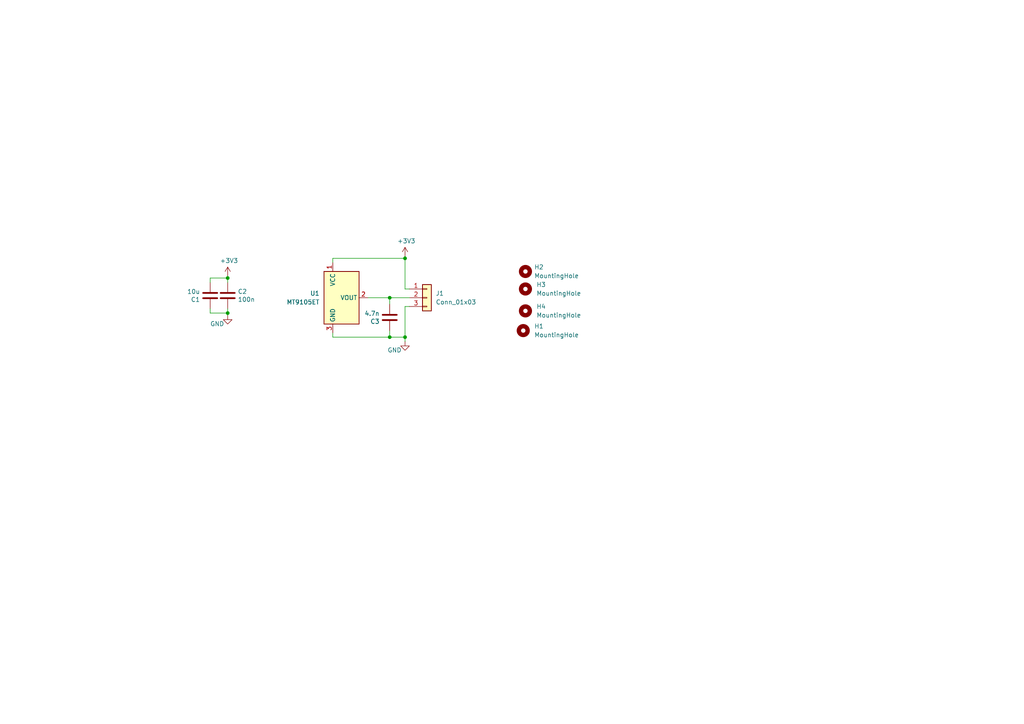
<source format=kicad_sch>
(kicad_sch (version 20211123) (generator eeschema)
  (paper "A4")
  (lib_symbols
    (symbol "Connector_Generic:Conn_01x03" (pin_names (offset 1.016) hide)
      (property "Reference" "J" (at 0 5.08 0))
      (property "Value" "Conn_01x03" (at 0 -5.08 0))
      (symbol "Conn_01x03_1_1"
        (rectangle (start -1.27 -2.413) (end 0 -2.667) (stroke (width 0.1524)))
        (rectangle (start -1.27 0.127) (end 0 -0.127) (stroke (width 0.1524)))
        (rectangle (start -1.27 2.667) (end 0 2.413) (stroke (width 0.1524)))
        (rectangle (start -1.27 3.81) (end 1.27 -3.81) (stroke (width 0.254)) (fill (type background)))
        (pin passive line (at -5.08 2.54 0) (length 3.81) (name "Pin_1") (number "1"))
        (pin passive line (at -5.08 0 0) (length 3.81) (name "Pin_2") (number "2"))
        (pin passive line (at -5.08 -2.54 0) (length 3.81) (name "Pin_3") (number "3"))
      )
    )
    (symbol "Device:C" (pin_numbers hide) (pin_names (offset 0.254))
      (property "Reference" "C" (at 0.635 2.54 0))
      (property "Value" "C" (at 0.635 -2.54 0))
      (symbol "C_0_1"
        (polyline (pts (xy -2.032 -0.762) (xy 2.032 -0.762)) (stroke (width 0.508)))
        (polyline (pts (xy -2.032 0.762) (xy 2.032 0.762)) (stroke (width 0.508)))
      )
      (symbol "C_1_1"
        (pin passive line (at 0 3.81 270) (length 2.794) (name "~") (number "1"))
        (pin passive line (at 0 -3.81 90) (length 2.794) (name "~") (number "2"))
      )
    )
    (symbol "Mechanical:MountingHole" (pin_names (offset 1.016))
      (property "Reference" "H" (at 0 5.08 0))
      (property "Value" "MountingHole" (at 0 3.175 0))
      (symbol "MountingHole_0_1"
        (circle (center 0 0) (radius 1.27) (stroke (width 1.27)))
      )
    )
    (symbol "Sensor_Magnetic:A1101LLHL"
      (property "Reference" "U" (at 0 11.43 0))
      (property "Value" "A1101LLHL" (at 0 8.89 0))
      (symbol "A1101LLHL_0_1"
        (rectangle (start -5.08 7.62) (end 5.08 -7.62) (stroke (width 0.254)) (fill (type background)))
      )
      (symbol "A1101LLHL_1_1"
        (pin power_in line (at -2.54 10.16 270) (length 2.54) (name "VCC") (number "1"))
        (pin open_collector line (at 7.62 0 180) (length 2.54) (name "VOUT") (number "2"))
        (pin power_in line (at -2.54 -10.16 90) (length 2.54) (name "GND") (number "3"))
      )
    )
    (symbol "power:+3V3" (power) (pin_names (offset 0))
      (property "Value" "+3V3" (at 0 3.556 0))
      (symbol "+3V3_0_1"
        (polyline (pts (xy -0.762 1.27) (xy 0 2.54)))
        (polyline (pts (xy 0 0) (xy 0 2.54)))
        (polyline (pts (xy 0 2.54) (xy 0.762 1.27)))
      )
      (symbol "+3V3_1_1"
        (pin power_in line (at 0 0 90) (length 0) hide (name "+3V3") (number "1"))
      )
    )
    (symbol "power:GND" (power) (pin_names (offset 0))
      (property "Value" "GND" (at 0 -3.81 0))
      (symbol "GND_0_1"
        (polyline (pts (xy 0 0) (xy 0 -1.27) (xy 1.27 -1.27) (xy 0 -2.54) (xy -1.27 -1.27) (xy 0 -1.27)))
      )
      (symbol "GND_1_1"
        (pin power_in line (at 0 0 270) (length 0) hide (name "GND") (number "1"))
      )
    )
  )
  (junction (at 113.03 86.36))
  (junction (at 66.04 90.805))
  (junction (at 117.475 97.79))
  (junction (at 117.475 74.93))
  (junction (at 113.03 97.79))
  (junction (at 66.04 80.645))
  (wire (pts (xy 60.96 80.645) (xy 66.04 80.645)))
  (wire (pts (xy 118.745 88.9) (xy 117.475 88.9)))
  (wire (pts (xy 106.68 86.36) (xy 113.03 86.36)))
  (wire (pts (xy 66.04 80.01) (xy 66.04 80.645)))
  (wire (pts (xy 117.475 74.93) (xy 117.475 74.295)))
  (wire (pts (xy 113.03 86.36) (xy 113.03 88.265)))
  (wire (pts (xy 96.52 76.2) (xy 96.52 74.93)))
  (wire (pts (xy 60.96 81.915) (xy 60.96 80.645)))
  (wire (pts (xy 60.96 90.805) (xy 66.04 90.805)))
  (wire (pts (xy 96.52 97.79) (xy 113.03 97.79)))
  (wire (pts (xy 117.475 83.82) (xy 117.475 74.93)))
  (wire (pts (xy 117.475 97.79) (xy 117.475 99.06)))
  (wire (pts (xy 117.475 88.9) (xy 117.475 97.79)))
  (wire (pts (xy 60.96 89.535) (xy 60.96 90.805)))
  (wire (pts (xy 96.52 74.93) (xy 117.475 74.93)))
  (wire (pts (xy 113.03 86.36) (xy 118.745 86.36)))
  (wire (pts (xy 113.03 97.79) (xy 117.475 97.79)))
  (wire (pts (xy 66.04 90.805) (xy 66.04 91.44)))
  (wire (pts (xy 96.52 96.52) (xy 96.52 97.79)))
  (wire (pts (xy 66.04 89.535) (xy 66.04 90.805)))
  (wire (pts (xy 113.03 95.885) (xy 113.03 97.79)))
  (wire (pts (xy 66.04 80.645) (xy 66.04 81.915)))
  (wire (pts (xy 118.745 83.82) (xy 117.475 83.82)))
  (symbol (lib_id "power:+3V3") (at 117.475 74.295 0) (unit 1)
    (property "Reference" "#PWR03" (effects hide))
    (property "Value" "+3V3" (at 117.856 69.9008 0))
  )
  (symbol (lib_id "Mechanical:MountingHole") (at 152.4 78.74 0) (unit 1) (in_bom no)
    (property "Reference" "H2" (at 154.94 77.4699 0) (effects (justify left)))
    (property "Value" "MountingHole" (at 154.94 80.0099 0) (effects (justify left)))
    (property "Footprint" "parts:MountingHole_3.9mm_Plastite_#6" (effects hide))
  )
  (symbol (lib_id "power:+3V3") (at 66.04 80.01 0) (unit 1)
    (property "Reference" "#PWR01" (effects hide))
    (property "Value" "+3V3" (at 66.421 75.6158 0))
  )
  (symbol (lib_id "Mechanical:MountingHole") (at 152.4 83.82 0) (unit 1) (in_bom no)
    (property "Reference" "H3" (at 155.575 82.5499 0) (effects (justify left)))
    (property "Value" "MountingHole" (at 155.575 85.0899 0) (effects (justify left)))
    (property "Footprint" "parts:MountingHole_3.9mm_Plastite_#6" (effects hide))
  )
  (symbol (lib_id "Device:C") (at 66.04 85.725 0) (unit 1)
    (property "Reference" "C2" (at 68.961 84.5566 0) (effects (justify left)))
    (property "Value" "100n" (at 68.961 86.868 0) (effects (justify left)))
    (property "Footprint" "Capacitor_SMD:C_0603_1608Metric" (effects hide))
    (property "LCSC" "C14663" (effects hide))
  )
  (symbol (lib_id "Mechanical:MountingHole") (at 151.765 95.885 0) (unit 1) (in_bom no)
    (property "Reference" "H1" (at 154.94 94.6149 0) (effects (justify left)))
    (property "Value" "MountingHole" (at 154.94 97.1549 0) (effects (justify left)))
    (property "Footprint" "parts:MountingHole_3.9mm_Plastite_#6" (effects hide))
  )
  (symbol (lib_id "Device:C") (at 60.96 85.725 180) (unit 1)
    (property "Reference" "C1" (at 58.039 86.8934 0) (effects (justify left)))
    (property "Value" "10u" (at 58.039 84.582 0) (effects (justify left)))
    (property "Footprint" "Capacitor_SMD:C_0805_2012Metric" (effects hide))
    (property "LCSC" "C15850" (effects hide))
  )
  (symbol (lib_id "Device:C") (at 113.03 92.075 180) (unit 1)
    (property "Reference" "C3" (at 110.109 93.2434 0) (effects (justify left)))
    (property "Value" "4.7n" (at 110.109 90.932 0) (effects (justify left)))
    (property "Footprint" "Capacitor_SMD:C_0603_1608Metric" (effects hide))
    (property "LCSC" "C106218" (effects hide))
  )
  (symbol (lib_id "Sensor_Magnetic:A1101LLHL") (at 99.06 86.36 0) (unit 1)
    (property "Reference" "U1" (at 92.71 85.0899 0) (effects (justify right)))
    (property "Value" "MT9105ET" (at 92.71 87.6299 0) (effects (justify right)))
    (property "Footprint" "Package_TO_SOT_SMD:SOT-23" (effects hide))
    (property "LCSC" "C967861" (effects hide))
  )
  (symbol (lib_id "Mechanical:MountingHole") (at 152.4 90.17 0) (unit 1) (in_bom no)
    (property "Reference" "H4" (at 155.575 88.8999 0) (effects (justify left)))
    (property "Value" "MountingHole" (at 155.575 91.4399 0) (effects (justify left)))
    (property "Footprint" "parts:MountingHole_3.9mm_Plastite_#6" (effects hide))
  )
  (symbol (lib_id "power:GND") (at 117.475 99.06 0) (unit 1)
    (property "Reference" "#PWR04" (effects hide))
    (property "Value" "GND" (at 114.427 101.5492 0))
  )
  (symbol (lib_id "Connector_Generic:Conn_01x03") (at 123.825 86.36 0) (unit 1)
    (property "Reference" "J1" (at 126.365 85.0899 0) (effects (justify left)))
    (property "Value" "Conn_01x03" (at 126.365 87.6299 0) (effects (justify left)))
    (property "Footprint" "Connector_Molex:Molex_KK-254_AE-6410-03A_1x03_P2.54mm_Vertical" (effects hide))
    (property "LCSC" "C29275" (effects hide))
  )
  (symbol (lib_id "power:GND") (at 66.04 91.44 0) (unit 1)
    (property "Reference" "#PWR02" (effects hide))
    (property "Value" "GND" (at 62.992 93.9292 0))
  )
)
</source>
